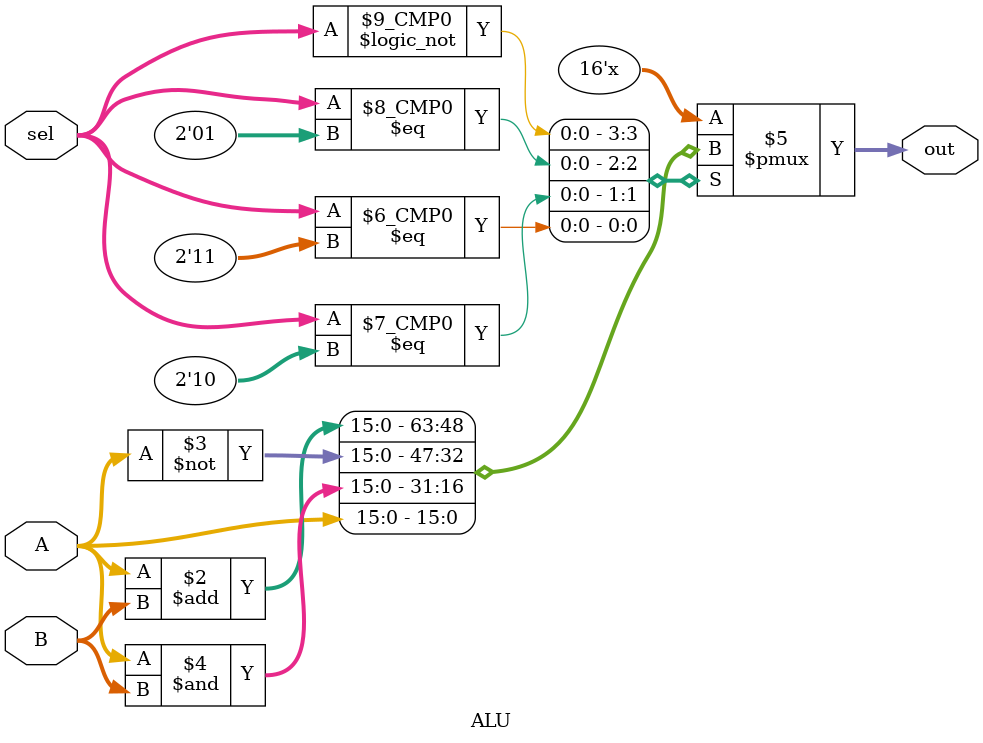
<source format=sv>
module ALU(
	input logic [1:0] sel,
	input logic [15:0] A, B,
	output logic [15:0] out);
	always_comb
	begin
		case(sel)
			2'b00: out = A+B;
			2'b01: out = ~A;
			2'b10: out = A & B;
			2'b11: out = A;
		endcase
	end
endmodule
</source>
